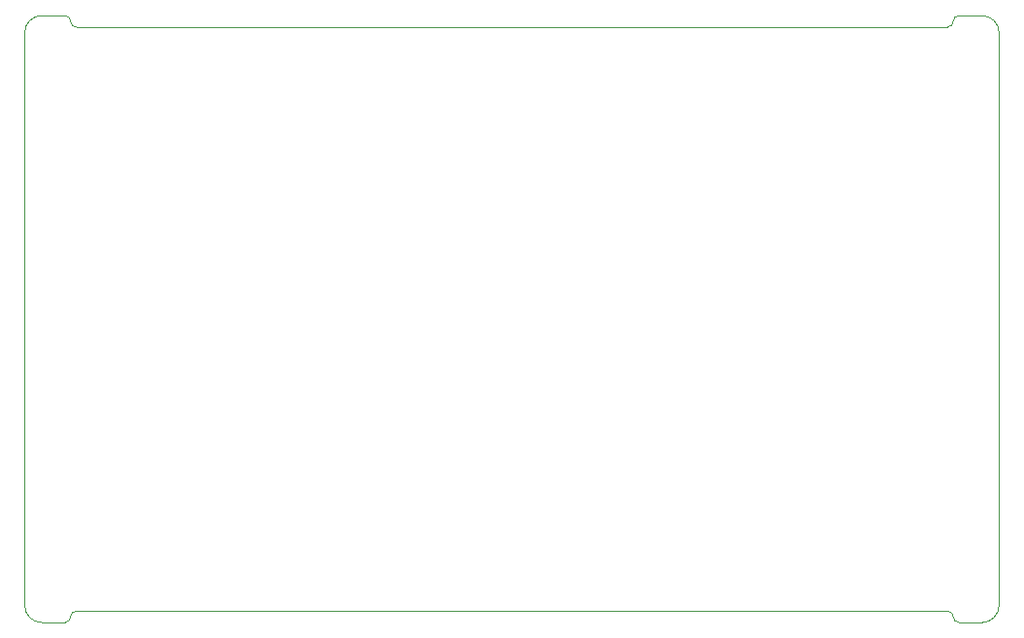
<source format=gbr>
G04 #@! TF.GenerationSoftware,KiCad,Pcbnew,5.1.5*
G04 #@! TF.CreationDate,2020-08-12T23:37:01+02:00*
G04 #@! TF.ProjectId,icE1usb,69634531-7573-4622-9e6b-696361645f70,rev?*
G04 #@! TF.SameCoordinates,Original*
G04 #@! TF.FileFunction,Profile,NP*
%FSLAX46Y46*%
G04 Gerber Fmt 4.6, Leading zero omitted, Abs format (unit mm)*
G04 Created by KiCad (PCBNEW 5.1.5) date 2020-08-12 23:37:01*
%MOMM*%
%LPD*%
G04 APERTURE LIST*
%ADD10C,0.050000*%
G04 APERTURE END LIST*
D10*
X39000000Y26500000D02*
X41000000Y26500000D01*
X38000000Y25500000D02*
G75*
G03X38500000Y26000000I0J500000D01*
G01*
X42500000Y25000000D02*
G75*
G03X41000000Y26500000I-1500000J0D01*
G01*
X39000000Y26500000D02*
G75*
G03X38500000Y26000000I0J-500000D01*
G01*
X-39000000Y-26500000D02*
X-41000000Y-26500000D01*
X-38000000Y-25500000D02*
G75*
G03X-38500000Y-26000000I0J-500000D01*
G01*
X-42500000Y-25000000D02*
G75*
G03X-41000000Y-26500000I1500000J0D01*
G01*
X-39000000Y-26500000D02*
G75*
G03X-38500000Y-26000000I0J500000D01*
G01*
X39000000Y-26500000D02*
X41000000Y-26500000D01*
X38000000Y-25500000D02*
G75*
G02X38500000Y-26000000I0J-500000D01*
G01*
X42500000Y-25000000D02*
G75*
G02X41000000Y-26500000I-1500000J0D01*
G01*
X39000000Y-26500000D02*
G75*
G02X38500000Y-26000000I0J500000D01*
G01*
X-39000000Y26500000D02*
X-41000000Y26500000D01*
X-39000000Y26500000D02*
G75*
G02X-38500000Y26000000I0J-500000D01*
G01*
X-38000000Y25500000D02*
G75*
G02X-38500000Y26000000I0J500000D01*
G01*
X-42500000Y25000000D02*
G75*
G02X-41000000Y26500000I1500000J0D01*
G01*
X-42500000Y-25000000D02*
X-42500000Y25000000D01*
X38000000Y-25500000D02*
X-38000000Y-25500000D01*
X42500000Y25000000D02*
X42500000Y-25000000D01*
X-38000000Y25500000D02*
X38000000Y25500000D01*
M02*

</source>
